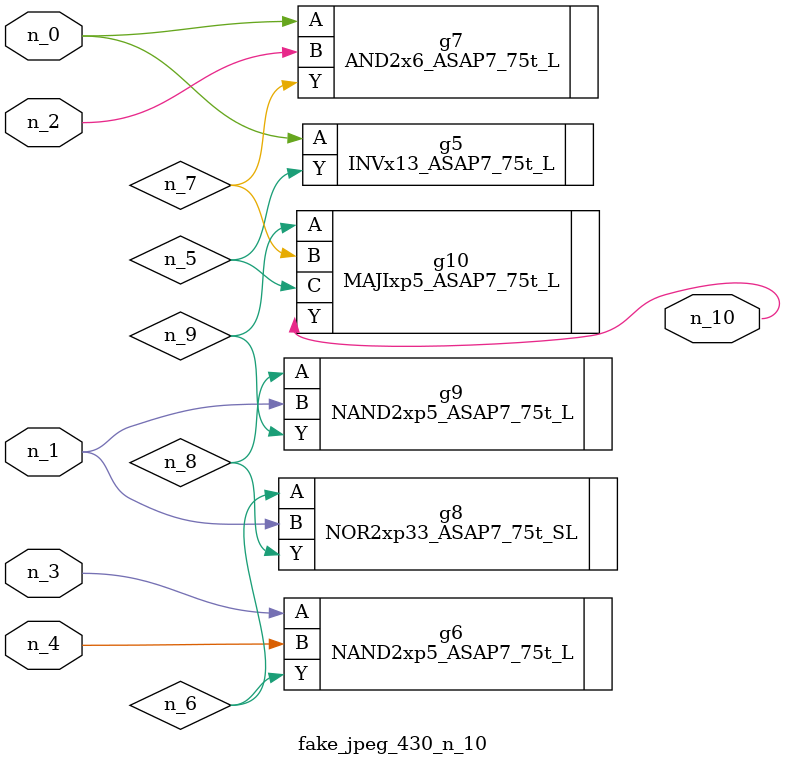
<source format=v>
module fake_jpeg_430_n_10 (n_3, n_2, n_1, n_0, n_4, n_10);

input n_3;
input n_2;
input n_1;
input n_0;
input n_4;

output n_10;

wire n_8;
wire n_9;
wire n_6;
wire n_5;
wire n_7;

INVx13_ASAP7_75t_L g5 ( 
.A(n_0),
.Y(n_5)
);

NAND2xp5_ASAP7_75t_L g6 ( 
.A(n_3),
.B(n_4),
.Y(n_6)
);

AND2x6_ASAP7_75t_L g7 ( 
.A(n_0),
.B(n_2),
.Y(n_7)
);

NOR2xp33_ASAP7_75t_SL g8 ( 
.A(n_6),
.B(n_1),
.Y(n_8)
);

NAND2xp5_ASAP7_75t_L g9 ( 
.A(n_8),
.B(n_1),
.Y(n_9)
);

MAJIxp5_ASAP7_75t_L g10 ( 
.A(n_9),
.B(n_7),
.C(n_5),
.Y(n_10)
);


endmodule
</source>
